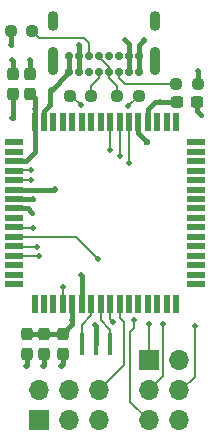
<source format=gtl>
G04 #@! TF.GenerationSoftware,KiCad,Pcbnew,8.0.3*
G04 #@! TF.CreationDate,2024-06-18T14:47:18-04:00*
G04 #@! TF.ProjectId,SoarerMax,536f6172-6572-44d6-9178-2e6b69636164,rev?*
G04 #@! TF.SameCoordinates,Original*
G04 #@! TF.FileFunction,Copper,L1,Top*
G04 #@! TF.FilePolarity,Positive*
%FSLAX46Y46*%
G04 Gerber Fmt 4.6, Leading zero omitted, Abs format (unit mm)*
G04 Created by KiCad (PCBNEW 8.0.3) date 2024-06-18 14:47:18*
%MOMM*%
%LPD*%
G01*
G04 APERTURE LIST*
G04 Aperture macros list*
%AMRoundRect*
0 Rectangle with rounded corners*
0 $1 Rounding radius*
0 $2 $3 $4 $5 $6 $7 $8 $9 X,Y pos of 4 corners*
0 Add a 4 corners polygon primitive as box body*
4,1,4,$2,$3,$4,$5,$6,$7,$8,$9,$2,$3,0*
0 Add four circle primitives for the rounded corners*
1,1,$1+$1,$2,$3*
1,1,$1+$1,$4,$5*
1,1,$1+$1,$6,$7*
1,1,$1+$1,$8,$9*
0 Add four rect primitives between the rounded corners*
20,1,$1+$1,$2,$3,$4,$5,0*
20,1,$1+$1,$4,$5,$6,$7,0*
20,1,$1+$1,$6,$7,$8,$9,0*
20,1,$1+$1,$8,$9,$2,$3,0*%
G04 Aperture macros list end*
G04 #@! TA.AperFunction,SMDPad,CuDef*
%ADD10RoundRect,0.237500X0.250000X0.237500X-0.250000X0.237500X-0.250000X-0.237500X0.250000X-0.237500X0*%
G04 #@! TD*
G04 #@! TA.AperFunction,ComponentPad*
%ADD11C,0.700000*%
G04 #@! TD*
G04 #@! TA.AperFunction,ComponentPad*
%ADD12O,0.900000X2.400000*%
G04 #@! TD*
G04 #@! TA.AperFunction,ComponentPad*
%ADD13O,0.900000X1.700000*%
G04 #@! TD*
G04 #@! TA.AperFunction,SMDPad,CuDef*
%ADD14RoundRect,0.237500X0.300000X0.237500X-0.300000X0.237500X-0.300000X-0.237500X0.300000X-0.237500X0*%
G04 #@! TD*
G04 #@! TA.AperFunction,SMDPad,CuDef*
%ADD15R,0.400000X1.900000*%
G04 #@! TD*
G04 #@! TA.AperFunction,SMDPad,CuDef*
%ADD16RoundRect,0.237500X-0.237500X0.300000X-0.237500X-0.300000X0.237500X-0.300000X0.237500X0.300000X0*%
G04 #@! TD*
G04 #@! TA.AperFunction,SMDPad,CuDef*
%ADD17RoundRect,0.237500X0.237500X-0.300000X0.237500X0.300000X-0.237500X0.300000X-0.237500X-0.300000X0*%
G04 #@! TD*
G04 #@! TA.AperFunction,ComponentPad*
%ADD18R,1.700000X1.700000*%
G04 #@! TD*
G04 #@! TA.AperFunction,ComponentPad*
%ADD19O,1.700000X1.700000*%
G04 #@! TD*
G04 #@! TA.AperFunction,SMDPad,CuDef*
%ADD20R,1.500000X0.550000*%
G04 #@! TD*
G04 #@! TA.AperFunction,SMDPad,CuDef*
%ADD21R,0.550000X1.500000*%
G04 #@! TD*
G04 #@! TA.AperFunction,SMDPad,CuDef*
%ADD22RoundRect,0.237500X-0.250000X-0.237500X0.250000X-0.237500X0.250000X0.237500X-0.250000X0.237500X0*%
G04 #@! TD*
G04 #@! TA.AperFunction,ViaPad*
%ADD23C,0.600000*%
G04 #@! TD*
G04 #@! TA.AperFunction,ViaPad*
%ADD24C,0.500000*%
G04 #@! TD*
G04 #@! TA.AperFunction,Conductor*
%ADD25C,0.400000*%
G04 #@! TD*
G04 #@! TA.AperFunction,Conductor*
%ADD26C,0.200000*%
G04 #@! TD*
G04 APERTURE END LIST*
D10*
X147912500Y-89000000D03*
X146087500Y-89000000D03*
X142912500Y-83500000D03*
X141087500Y-83500000D03*
D11*
X151975000Y-87025000D03*
X151125000Y-87025000D03*
X150275000Y-87025000D03*
X149425000Y-87025000D03*
X148575000Y-87025000D03*
X147725000Y-87025000D03*
X146875000Y-87025000D03*
X146025000Y-87025000D03*
X146025000Y-85675000D03*
X146875000Y-85675000D03*
X147725000Y-85675000D03*
X148575000Y-85675000D03*
X149425000Y-85675000D03*
X150275000Y-85675000D03*
X151125000Y-85675000D03*
X151975000Y-85675000D03*
D12*
X153325000Y-86045000D03*
D13*
X153325000Y-82665000D03*
D12*
X144675000Y-86045000D03*
D13*
X144675000Y-82665000D03*
D14*
X156862500Y-89500000D03*
X155137500Y-89500000D03*
D15*
X149500000Y-110000000D03*
X148300000Y-110000000D03*
X147100000Y-110000000D03*
D16*
X142750000Y-87137500D03*
X142750000Y-88862500D03*
D17*
X145500000Y-110862500D03*
X145500000Y-109137500D03*
X143890000Y-110862500D03*
X143890000Y-109137500D03*
D18*
X143500000Y-116500000D03*
D19*
X143500000Y-113960000D03*
X146040000Y-116500000D03*
X146040000Y-113960000D03*
X148580000Y-116500000D03*
X148580000Y-113960000D03*
D20*
X141400000Y-92950000D03*
X141400000Y-93750000D03*
X141400000Y-94550000D03*
X141400000Y-95350000D03*
X141400000Y-96150000D03*
X141400000Y-96950000D03*
X141400000Y-97750000D03*
X141400000Y-98550000D03*
X141400000Y-99350000D03*
X141400000Y-100150000D03*
X141400000Y-100950000D03*
X141400000Y-101750000D03*
X141400000Y-102550000D03*
X141400000Y-103350000D03*
X141400000Y-104150000D03*
X141400000Y-104950000D03*
D21*
X143100000Y-106650000D03*
X143900000Y-106650000D03*
X144700000Y-106650000D03*
X145500000Y-106650000D03*
X146300000Y-106650000D03*
X147100000Y-106650000D03*
X147900000Y-106650000D03*
X148700000Y-106650000D03*
X149500000Y-106650000D03*
X150300000Y-106650000D03*
X151100000Y-106650000D03*
X151900000Y-106650000D03*
X152700000Y-106650000D03*
X153500000Y-106650000D03*
X154300000Y-106650000D03*
X155100000Y-106650000D03*
D20*
X156800000Y-104950000D03*
X156800000Y-104150000D03*
X156800000Y-103350000D03*
X156800000Y-102550000D03*
X156800000Y-101750000D03*
X156800000Y-100950000D03*
X156800000Y-100150000D03*
X156800000Y-99350000D03*
X156800000Y-98550000D03*
X156800000Y-97750000D03*
X156800000Y-96950000D03*
X156800000Y-96150000D03*
X156800000Y-95350000D03*
X156800000Y-94550000D03*
X156800000Y-93750000D03*
X156800000Y-92950000D03*
D21*
X155100000Y-91250000D03*
X154300000Y-91250000D03*
X153500000Y-91250000D03*
X152700000Y-91250000D03*
X151900000Y-91250000D03*
X151100000Y-91250000D03*
X150300000Y-91250000D03*
X149500000Y-91250000D03*
X148700000Y-91250000D03*
X147900000Y-91250000D03*
X147100000Y-91250000D03*
X146300000Y-91250000D03*
X145500000Y-91250000D03*
X144700000Y-91250000D03*
X143900000Y-91250000D03*
X143100000Y-91250000D03*
D17*
X142500000Y-110862500D03*
X142500000Y-109137500D03*
D22*
X155087500Y-88000000D03*
X156912500Y-88000000D03*
D16*
X141250000Y-87137500D03*
X141250000Y-88862500D03*
D10*
X151912500Y-89000000D03*
X150087500Y-89000000D03*
D18*
X152760000Y-111420000D03*
D19*
X155300000Y-111420000D03*
X152760000Y-113960000D03*
X155300000Y-113960000D03*
X152760000Y-116500000D03*
X155300000Y-116500000D03*
D23*
X152600000Y-92900000D03*
D24*
X153700000Y-89500000D03*
X143100000Y-90100000D03*
X142900000Y-98900000D03*
X146300000Y-108000000D03*
X150800000Y-84300000D03*
X146900000Y-84700000D03*
X144400000Y-89800000D03*
X141200000Y-86000000D03*
X156900000Y-86900000D03*
X142700000Y-86000000D03*
X147000000Y-104200000D03*
X142400000Y-111900000D03*
X144500000Y-88500000D03*
X143800000Y-111900000D03*
X145300000Y-111900000D03*
X141100000Y-84700000D03*
X148200000Y-108400000D03*
X157200000Y-90600000D03*
X144800000Y-96900000D03*
X152400000Y-84300000D03*
X151000000Y-89900000D03*
X142800000Y-96100000D03*
X142800000Y-95300000D03*
X147000000Y-89800000D03*
X142950000Y-97750000D03*
X141200000Y-90900000D03*
X149500000Y-93600000D03*
X156675000Y-108525000D03*
X143300000Y-101800000D03*
X149750000Y-108182820D03*
X150300000Y-94100000D03*
X143500000Y-102600000D03*
X152800000Y-108300000D03*
X154000000Y-108300000D03*
X148500000Y-102800000D03*
X143000000Y-100200000D03*
X151100000Y-94700000D03*
X145500000Y-105200000D03*
X151500000Y-108000000D03*
D25*
X151900000Y-92200000D02*
X152600000Y-92900000D01*
X151900000Y-91250000D02*
X151900000Y-92200000D01*
X151125000Y-85675000D02*
X151125000Y-87025000D01*
X142500000Y-109137500D02*
X145500000Y-109137500D01*
X145500000Y-109137500D02*
X146300000Y-108337500D01*
X146875000Y-84725000D02*
X146900000Y-84700000D01*
X146300000Y-108000000D02*
X146300000Y-106650000D01*
X141400000Y-94550000D02*
X142350000Y-94550000D01*
X141400000Y-98550000D02*
X142550000Y-98550000D01*
X152700000Y-90100000D02*
X153300000Y-89500000D01*
X143100000Y-93800000D02*
X143100000Y-91250000D01*
X146875000Y-85675000D02*
X146875000Y-84725000D01*
X151125000Y-84625000D02*
X151125000Y-85675000D01*
X142550000Y-98550000D02*
X142900000Y-98900000D01*
X143100000Y-89212500D02*
X142750000Y-88862500D01*
X143100000Y-90100000D02*
X143100000Y-89212500D01*
X152700000Y-91250000D02*
X152700000Y-90100000D01*
X142350000Y-94550000D02*
X143100000Y-93800000D01*
X155137500Y-89500000D02*
X153700000Y-89500000D01*
X153300000Y-89500000D02*
X153700000Y-89500000D01*
X150800000Y-84300000D02*
X151125000Y-84625000D01*
X146875000Y-85675000D02*
X146875000Y-87025000D01*
X146300000Y-108337500D02*
X146300000Y-108000000D01*
X143100000Y-90100000D02*
X143100000Y-91250000D01*
X148300000Y-110000000D02*
X148300000Y-108500000D01*
X143900000Y-90300000D02*
X144400000Y-89800000D01*
X141087500Y-84687500D02*
X141100000Y-84700000D01*
X146025000Y-87025000D02*
X144400000Y-88650000D01*
X145500000Y-110862500D02*
X145500000Y-111700000D01*
X156912500Y-88000000D02*
X156912500Y-86912500D01*
X141400000Y-96950000D02*
X144750000Y-96950000D01*
X144400000Y-88650000D02*
X144400000Y-89800000D01*
X152400000Y-84300000D02*
X151975000Y-84725000D01*
X142750000Y-87137500D02*
X142750000Y-86050000D01*
X156862500Y-89500000D02*
X156862500Y-90262500D01*
X143890000Y-110862500D02*
X143890000Y-111810000D01*
X142750000Y-86050000D02*
X142700000Y-86000000D01*
X142500000Y-111800000D02*
X142400000Y-111900000D01*
X147100000Y-104300000D02*
X147000000Y-104200000D01*
X151975000Y-85675000D02*
X151975000Y-87025000D01*
X141250000Y-87137500D02*
X141250000Y-86050000D01*
X156912500Y-86912500D02*
X156900000Y-86900000D01*
X143890000Y-111810000D02*
X143800000Y-111900000D01*
X141250000Y-86050000D02*
X141200000Y-86000000D01*
X145500000Y-111700000D02*
X145300000Y-111900000D01*
X147100000Y-106650000D02*
X147100000Y-104300000D01*
X144750000Y-96950000D02*
X144800000Y-96900000D01*
X142500000Y-110862500D02*
X142500000Y-111800000D01*
X156862500Y-90262500D02*
X157200000Y-90600000D01*
X141087500Y-83500000D02*
X141087500Y-84687500D01*
X146025000Y-85675000D02*
X146025000Y-87025000D01*
X151975000Y-84725000D02*
X151975000Y-85675000D01*
X148300000Y-108500000D02*
X148200000Y-108400000D01*
X143900000Y-91250000D02*
X143900000Y-90300000D01*
D26*
X151000000Y-89900000D02*
X151012500Y-89900000D01*
X141400000Y-96150000D02*
X142750000Y-96150000D01*
X151012500Y-89900000D02*
X151912500Y-89000000D01*
X142750000Y-96150000D02*
X142800000Y-96100000D01*
X150087500Y-88175000D02*
X150087500Y-89000000D01*
X149425000Y-86594239D02*
X149425000Y-87025000D01*
X148575000Y-85744239D02*
X149425000Y-86594239D01*
X148575000Y-85675000D02*
X148575000Y-85744239D01*
X149425000Y-87025000D02*
X149425000Y-87512500D01*
X149425000Y-87512500D02*
X150087500Y-88175000D01*
X147912500Y-88175000D02*
X147912500Y-89000000D01*
X148575000Y-87512500D02*
X147912500Y-88175000D01*
X148575000Y-87025000D02*
X148575000Y-87512500D01*
X146087500Y-89000000D02*
X146200000Y-89000000D01*
X141450000Y-95300000D02*
X141400000Y-95350000D01*
X142800000Y-95300000D02*
X141450000Y-95300000D01*
X146200000Y-89000000D02*
X147000000Y-89800000D01*
D25*
X141250000Y-88862500D02*
X141250000Y-90850000D01*
X141250000Y-90850000D02*
X141200000Y-90900000D01*
X142950000Y-97750000D02*
X141400000Y-97750000D01*
D26*
X149500000Y-93600000D02*
X149500000Y-91250000D01*
X155540000Y-113960000D02*
X155300000Y-113960000D01*
X156700000Y-112800000D02*
X155540000Y-113960000D01*
X141450000Y-101800000D02*
X141400000Y-101750000D01*
X156675000Y-108525000D02*
X156700000Y-108550000D01*
X143300000Y-101800000D02*
X141450000Y-101800000D01*
X156700000Y-108550000D02*
X156700000Y-112800000D01*
X147100000Y-108400000D02*
X147100000Y-110000000D01*
X147900000Y-106650000D02*
X147900000Y-107600000D01*
X147900000Y-107600000D02*
X147100000Y-108400000D01*
X149500000Y-107932820D02*
X149500000Y-106650000D01*
X149750000Y-108182820D02*
X149500000Y-107932820D01*
X150300000Y-94100000D02*
X150300000Y-91250000D01*
X150700000Y-111840000D02*
X150700000Y-108200000D01*
X150700000Y-108200000D02*
X150300000Y-107800000D01*
X148580000Y-113960000D02*
X150700000Y-111840000D01*
X150300000Y-107800000D02*
X150300000Y-106650000D01*
X152760000Y-111420000D02*
X152760000Y-108340000D01*
X143450000Y-102550000D02*
X141400000Y-102550000D01*
X152760000Y-108340000D02*
X152800000Y-108300000D01*
X143500000Y-102600000D02*
X143450000Y-102550000D01*
X152760000Y-113960000D02*
X154000000Y-112720000D01*
X154000000Y-112720000D02*
X154000000Y-108300000D01*
X146650000Y-100950000D02*
X148500000Y-102800000D01*
X141400000Y-100950000D02*
X146650000Y-100950000D01*
X141450000Y-100200000D02*
X141400000Y-100150000D01*
X143000000Y-100200000D02*
X141450000Y-100200000D01*
X148700000Y-108000000D02*
X149500000Y-108800000D01*
X148700000Y-106650000D02*
X148700000Y-108000000D01*
X149500000Y-108800000D02*
X149500000Y-110000000D01*
X151100000Y-94700000D02*
X151100000Y-91250000D01*
X151500000Y-108700000D02*
X151500000Y-108000000D01*
X152760000Y-116500000D02*
X151200000Y-114940000D01*
X151200000Y-114940000D02*
X151200000Y-109000000D01*
X151200000Y-109000000D02*
X151500000Y-108700000D01*
X145500000Y-105200000D02*
X145500000Y-106650000D01*
X142912500Y-83500000D02*
X143512500Y-84100000D01*
X147300000Y-84100000D02*
X147725000Y-84525000D01*
X147725000Y-84525000D02*
X147725000Y-85675000D01*
X143512500Y-84100000D02*
X147300000Y-84100000D01*
X150275000Y-87519974D02*
X150755026Y-88000000D01*
X152000000Y-88000000D02*
X154837500Y-88000000D01*
X152000000Y-88000000D02*
X152500000Y-88000000D01*
X150755026Y-88000000D02*
X152000000Y-88000000D01*
X154837500Y-88000000D02*
X155087500Y-87750000D01*
X150275000Y-87025000D02*
X150275000Y-87519974D01*
M02*

</source>
